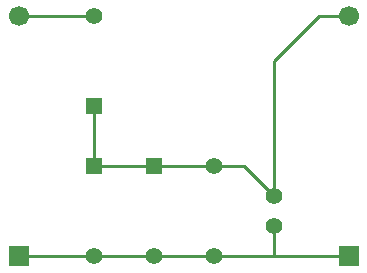
<source format=gbl>
G04 (created by PCBNEW (2013-jul-07)-stable) date Sun 08 Feb 2015 22:31:34 GMT*
%MOIN*%
G04 Gerber Fmt 3.4, Leading zero omitted, Abs format*
%FSLAX34Y34*%
G01*
G70*
G90*
G04 APERTURE LIST*
%ADD10C,0.00590551*%
%ADD11C,0.055*%
%ADD12C,0.0669291*%
%ADD13R,0.0669291X0.0669291*%
%ADD14R,0.055X0.055*%
%ADD15C,0.01*%
G04 APERTURE END LIST*
G54D10*
G54D11*
X83000Y-58000D03*
X83000Y-61000D03*
G54D12*
X76500Y-53000D03*
G54D13*
X76500Y-61000D03*
G54D12*
X87500Y-53000D03*
G54D13*
X87500Y-61000D03*
G54D14*
X81000Y-58000D03*
G54D11*
X81000Y-61000D03*
G54D14*
X79000Y-58000D03*
G54D11*
X79000Y-61000D03*
G54D14*
X79000Y-56000D03*
G54D11*
X79000Y-53000D03*
X85000Y-59000D03*
X85000Y-60000D03*
G54D15*
X85000Y-60000D02*
X85000Y-61000D01*
X83000Y-61000D02*
X85000Y-61000D01*
X85000Y-61000D02*
X87500Y-61000D01*
X81000Y-61000D02*
X83000Y-61000D01*
X79000Y-61000D02*
X81000Y-61000D01*
X76500Y-61000D02*
X79000Y-61000D01*
X76500Y-53000D02*
X79000Y-53000D01*
X85000Y-59000D02*
X85000Y-54500D01*
X86500Y-53000D02*
X87500Y-53000D01*
X85000Y-54500D02*
X86500Y-53000D01*
X83000Y-58000D02*
X84000Y-58000D01*
X84000Y-58000D02*
X85000Y-59000D01*
X81000Y-58000D02*
X83000Y-58000D01*
X79000Y-58000D02*
X81000Y-58000D01*
X79000Y-56000D02*
X79000Y-58000D01*
M02*

</source>
